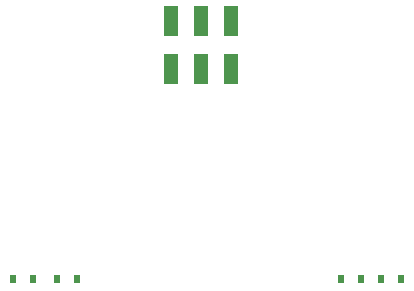
<source format=gbp>
G04 #@! TF.GenerationSoftware,KiCad,Pcbnew,5.0.0-rc2-be01b52~65~ubuntu16.04.1*
G04 #@! TF.CreationDate,2018-06-27T12:44:11+03:00*
G04 #@! TF.ProjectId,livolo_2_channels_1way_eu_switch,6C69766F6C6F5F325F6368616E6E656C,rev?*
G04 #@! TF.SameCoordinates,Original*
G04 #@! TF.FileFunction,Paste,Bot*
G04 #@! TF.FilePolarity,Positive*
%FSLAX46Y46*%
G04 Gerber Fmt 4.6, Leading zero omitted, Abs format (unit mm)*
G04 Created by KiCad (PCBNEW 5.0.0-rc2-be01b52~65~ubuntu16.04.1) date Wed Jun 27 12:44:11 2018*
%MOMM*%
%LPD*%
G01*
G04 APERTURE LIST*
%ADD10R,0.600000X0.800000*%
%ADD11R,1.270000X2.500000*%
G04 APERTURE END LIST*
D10*
G04 #@! TO.C,D3*
X131350000Y-102150000D03*
X129650000Y-102150000D03*
G04 #@! TD*
G04 #@! TO.C,D4*
X127700000Y-102150000D03*
X126000000Y-102150000D03*
G04 #@! TD*
G04 #@! TO.C,D5*
X157100000Y-102150000D03*
X158800000Y-102150000D03*
G04 #@! TD*
G04 #@! TO.C,D6*
X153750000Y-102150000D03*
X155450000Y-102150000D03*
G04 #@! TD*
D11*
G04 #@! TO.C,J1*
X144400000Y-84300000D03*
X141900000Y-84300000D03*
X139360000Y-84300000D03*
X139360000Y-80300000D03*
X141900000Y-80300000D03*
X144440000Y-80300000D03*
G04 #@! TD*
M02*

</source>
